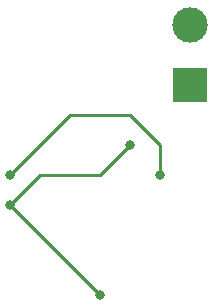
<source format=gbr>
%TF.GenerationSoftware,KiCad,Pcbnew,(6.0.11)*%
%TF.CreationDate,2023-02-16T14:33:20-08:00*%
%TF.ProjectId,Lab 4 Exercise 2,4c616220-3420-4457-9865-726369736520,rev?*%
%TF.SameCoordinates,Original*%
%TF.FileFunction,Copper,L2,Bot*%
%TF.FilePolarity,Positive*%
%FSLAX46Y46*%
G04 Gerber Fmt 4.6, Leading zero omitted, Abs format (unit mm)*
G04 Created by KiCad (PCBNEW (6.0.11)) date 2023-02-16 14:33:20*
%MOMM*%
%LPD*%
G01*
G04 APERTURE LIST*
%TA.AperFunction,ComponentPad*%
%ADD10R,3.000000X3.000000*%
%TD*%
%TA.AperFunction,ComponentPad*%
%ADD11C,3.000000*%
%TD*%
%TA.AperFunction,ViaPad*%
%ADD12C,0.800000*%
%TD*%
%TA.AperFunction,Conductor*%
%ADD13C,0.250000*%
%TD*%
G04 APERTURE END LIST*
D10*
%TO.P,J1,1,Pin_1*%
%TO.N,+9V*%
X160020000Y-91440000D03*
D11*
%TO.P,J1,2,Pin_2*%
%TO.N,GND*%
X160020000Y-86360000D03*
%TD*%
D12*
%TO.N,+9V*%
X152400000Y-109220000D03*
X154940000Y-96520000D03*
X144780000Y-101600000D03*
%TO.N,/pin_2*%
X157480000Y-99060000D03*
X144780000Y-99060000D03*
%TD*%
D13*
%TO.N,/pin_2*%
X157480000Y-96520000D02*
X157480000Y-99060000D01*
X154940000Y-93980000D02*
X157480000Y-96520000D01*
X149860000Y-93980000D02*
X154940000Y-93980000D01*
%TO.N,+9V*%
X144780000Y-101600000D02*
X152400000Y-109220000D01*
%TO.N,/pin_2*%
X144780000Y-99060000D02*
X149860000Y-93980000D01*
%TO.N,+9V*%
X147320000Y-99060000D02*
X144780000Y-101600000D01*
X152400000Y-99060000D02*
X147320000Y-99060000D01*
X154940000Y-96520000D02*
X152400000Y-99060000D01*
%TD*%
M02*

</source>
